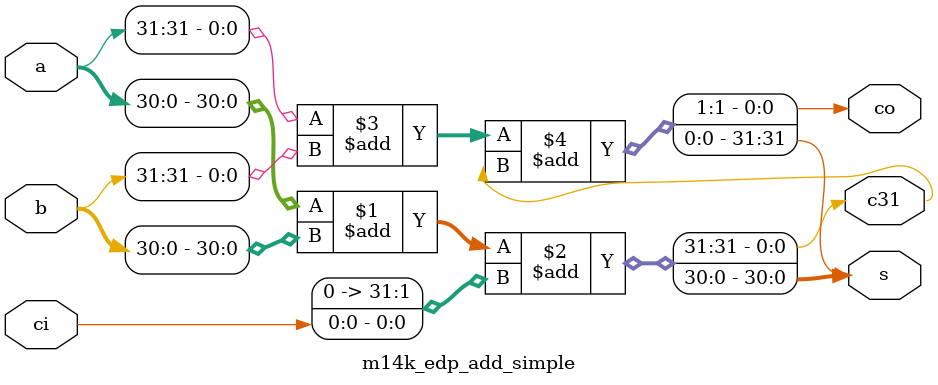
<source format=v>



module m14k_edp_add_simple(
	a,
	b,
	ci,
	s,
	co,
	c31);


   input [31:0]   a;
   input [31:0]   b; 
   input 	  ci;
   output [31:0]  s;
   output 	  co;
   output 	  c31;

// BEGIN Wire declarations made by MVP
wire [31:0] /*[31:0]*/ s;
wire co;
wire c31;
// END Wire declarations made by MVP


   assign {c31,s[30:0]} = a[30:0] + b[30:0] + {30'h0, ci};
   assign {co,s[31]} = a[31] + b[31] + c31;

/*
   {c31,s[30:0]} = ({1'b0, a[30:0]} +
		    {1'b0, b[30:0]} +
		    {31'b0 , ci});
   {co,s[31]} = ({1'b0, a[31]} +
		 {1'b0, b[31]} +
		 {1'b0 , c31});
*/
endmodule

	  

</source>
